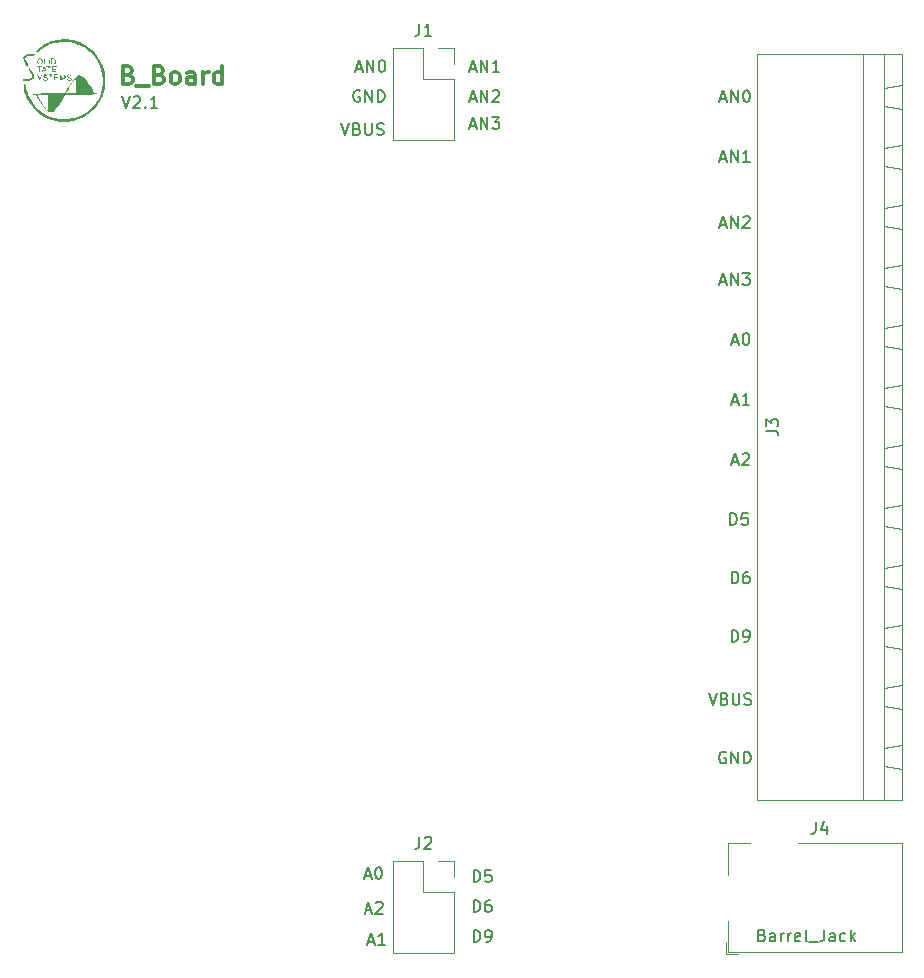
<source format=gbr>
%TF.GenerationSoftware,KiCad,Pcbnew,(7.0.0)*%
%TF.CreationDate,2023-04-06T13:36:02-07:00*%
%TF.ProjectId,Bottom_Board,426f7474-6f6d-45f4-926f-6172642e6b69,0*%
%TF.SameCoordinates,Original*%
%TF.FileFunction,Legend,Top*%
%TF.FilePolarity,Positive*%
%FSLAX46Y46*%
G04 Gerber Fmt 4.6, Leading zero omitted, Abs format (unit mm)*
G04 Created by KiCad (PCBNEW (7.0.0)) date 2023-04-06 13:36:02*
%MOMM*%
%LPD*%
G01*
G04 APERTURE LIST*
%ADD10C,0.150000*%
%ADD11C,0.300000*%
%ADD12C,0.120000*%
G04 APERTURE END LIST*
D10*
X160845476Y-86745666D02*
X161321666Y-86745666D01*
X160750238Y-87031380D02*
X161083571Y-86031380D01*
X161083571Y-86031380D02*
X161416904Y-87031380D01*
X161750238Y-87031380D02*
X161750238Y-86031380D01*
X161750238Y-86031380D02*
X162321666Y-87031380D01*
X162321666Y-87031380D02*
X162321666Y-86031380D01*
X162702619Y-86031380D02*
X163321666Y-86031380D01*
X163321666Y-86031380D02*
X162988333Y-86412333D01*
X162988333Y-86412333D02*
X163131190Y-86412333D01*
X163131190Y-86412333D02*
X163226428Y-86459952D01*
X163226428Y-86459952D02*
X163274047Y-86507571D01*
X163274047Y-86507571D02*
X163321666Y-86602809D01*
X163321666Y-86602809D02*
X163321666Y-86840904D01*
X163321666Y-86840904D02*
X163274047Y-86936142D01*
X163274047Y-86936142D02*
X163226428Y-86983761D01*
X163226428Y-86983761D02*
X163131190Y-87031380D01*
X163131190Y-87031380D02*
X162845476Y-87031380D01*
X162845476Y-87031380D02*
X162750238Y-86983761D01*
X162750238Y-86983761D02*
X162702619Y-86936142D01*
X160845476Y-81919666D02*
X161321666Y-81919666D01*
X160750238Y-82205380D02*
X161083571Y-81205380D01*
X161083571Y-81205380D02*
X161416904Y-82205380D01*
X161750238Y-82205380D02*
X161750238Y-81205380D01*
X161750238Y-81205380D02*
X162321666Y-82205380D01*
X162321666Y-82205380D02*
X162321666Y-81205380D01*
X162750238Y-81300619D02*
X162797857Y-81253000D01*
X162797857Y-81253000D02*
X162893095Y-81205380D01*
X162893095Y-81205380D02*
X163131190Y-81205380D01*
X163131190Y-81205380D02*
X163226428Y-81253000D01*
X163226428Y-81253000D02*
X163274047Y-81300619D01*
X163274047Y-81300619D02*
X163321666Y-81395857D01*
X163321666Y-81395857D02*
X163321666Y-81491095D01*
X163321666Y-81491095D02*
X163274047Y-81633952D01*
X163274047Y-81633952D02*
X162702619Y-82205380D01*
X162702619Y-82205380D02*
X163321666Y-82205380D01*
X110204238Y-71045380D02*
X110537571Y-72045380D01*
X110537571Y-72045380D02*
X110870904Y-71045380D01*
X111156619Y-71140619D02*
X111204238Y-71093000D01*
X111204238Y-71093000D02*
X111299476Y-71045380D01*
X111299476Y-71045380D02*
X111537571Y-71045380D01*
X111537571Y-71045380D02*
X111632809Y-71093000D01*
X111632809Y-71093000D02*
X111680428Y-71140619D01*
X111680428Y-71140619D02*
X111728047Y-71235857D01*
X111728047Y-71235857D02*
X111728047Y-71331095D01*
X111728047Y-71331095D02*
X111680428Y-71473952D01*
X111680428Y-71473952D02*
X111109000Y-72045380D01*
X111109000Y-72045380D02*
X111728047Y-72045380D01*
X112156619Y-71950142D02*
X112204238Y-71997761D01*
X112204238Y-71997761D02*
X112156619Y-72045380D01*
X112156619Y-72045380D02*
X112109000Y-71997761D01*
X112109000Y-71997761D02*
X112156619Y-71950142D01*
X112156619Y-71950142D02*
X112156619Y-72045380D01*
X113156618Y-72045380D02*
X112585190Y-72045380D01*
X112870904Y-72045380D02*
X112870904Y-71045380D01*
X112870904Y-71045380D02*
X112775666Y-71188238D01*
X112775666Y-71188238D02*
X112680428Y-71283476D01*
X112680428Y-71283476D02*
X112585190Y-71331095D01*
X161782095Y-112304380D02*
X161782095Y-111304380D01*
X161782095Y-111304380D02*
X162020190Y-111304380D01*
X162020190Y-111304380D02*
X162163047Y-111352000D01*
X162163047Y-111352000D02*
X162258285Y-111447238D01*
X162258285Y-111447238D02*
X162305904Y-111542476D01*
X162305904Y-111542476D02*
X162353523Y-111732952D01*
X162353523Y-111732952D02*
X162353523Y-111875809D01*
X162353523Y-111875809D02*
X162305904Y-112066285D01*
X162305904Y-112066285D02*
X162258285Y-112161523D01*
X162258285Y-112161523D02*
X162163047Y-112256761D01*
X162163047Y-112256761D02*
X162020190Y-112304380D01*
X162020190Y-112304380D02*
X161782095Y-112304380D01*
X163210666Y-111304380D02*
X163020190Y-111304380D01*
X163020190Y-111304380D02*
X162924952Y-111352000D01*
X162924952Y-111352000D02*
X162877333Y-111399619D01*
X162877333Y-111399619D02*
X162782095Y-111542476D01*
X162782095Y-111542476D02*
X162734476Y-111732952D01*
X162734476Y-111732952D02*
X162734476Y-112113904D01*
X162734476Y-112113904D02*
X162782095Y-112209142D01*
X162782095Y-112209142D02*
X162829714Y-112256761D01*
X162829714Y-112256761D02*
X162924952Y-112304380D01*
X162924952Y-112304380D02*
X163115428Y-112304380D01*
X163115428Y-112304380D02*
X163210666Y-112256761D01*
X163210666Y-112256761D02*
X163258285Y-112209142D01*
X163258285Y-112209142D02*
X163305904Y-112113904D01*
X163305904Y-112113904D02*
X163305904Y-111875809D01*
X163305904Y-111875809D02*
X163258285Y-111780571D01*
X163258285Y-111780571D02*
X163210666Y-111732952D01*
X163210666Y-111732952D02*
X163115428Y-111685333D01*
X163115428Y-111685333D02*
X162924952Y-111685333D01*
X162924952Y-111685333D02*
X162829714Y-111732952D01*
X162829714Y-111732952D02*
X162782095Y-111780571D01*
X162782095Y-111780571D02*
X162734476Y-111875809D01*
X161655095Y-107351380D02*
X161655095Y-106351380D01*
X161655095Y-106351380D02*
X161893190Y-106351380D01*
X161893190Y-106351380D02*
X162036047Y-106399000D01*
X162036047Y-106399000D02*
X162131285Y-106494238D01*
X162131285Y-106494238D02*
X162178904Y-106589476D01*
X162178904Y-106589476D02*
X162226523Y-106779952D01*
X162226523Y-106779952D02*
X162226523Y-106922809D01*
X162226523Y-106922809D02*
X162178904Y-107113285D01*
X162178904Y-107113285D02*
X162131285Y-107208523D01*
X162131285Y-107208523D02*
X162036047Y-107303761D01*
X162036047Y-107303761D02*
X161893190Y-107351380D01*
X161893190Y-107351380D02*
X161655095Y-107351380D01*
X163131285Y-106351380D02*
X162655095Y-106351380D01*
X162655095Y-106351380D02*
X162607476Y-106827571D01*
X162607476Y-106827571D02*
X162655095Y-106779952D01*
X162655095Y-106779952D02*
X162750333Y-106732333D01*
X162750333Y-106732333D02*
X162988428Y-106732333D01*
X162988428Y-106732333D02*
X163083666Y-106779952D01*
X163083666Y-106779952D02*
X163131285Y-106827571D01*
X163131285Y-106827571D02*
X163178904Y-106922809D01*
X163178904Y-106922809D02*
X163178904Y-107160904D01*
X163178904Y-107160904D02*
X163131285Y-107256142D01*
X163131285Y-107256142D02*
X163083666Y-107303761D01*
X163083666Y-107303761D02*
X162988428Y-107351380D01*
X162988428Y-107351380D02*
X162750333Y-107351380D01*
X162750333Y-107351380D02*
X162655095Y-107303761D01*
X162655095Y-107303761D02*
X162607476Y-107256142D01*
X130301904Y-70585000D02*
X130206666Y-70537380D01*
X130206666Y-70537380D02*
X130063809Y-70537380D01*
X130063809Y-70537380D02*
X129920952Y-70585000D01*
X129920952Y-70585000D02*
X129825714Y-70680238D01*
X129825714Y-70680238D02*
X129778095Y-70775476D01*
X129778095Y-70775476D02*
X129730476Y-70965952D01*
X129730476Y-70965952D02*
X129730476Y-71108809D01*
X129730476Y-71108809D02*
X129778095Y-71299285D01*
X129778095Y-71299285D02*
X129825714Y-71394523D01*
X129825714Y-71394523D02*
X129920952Y-71489761D01*
X129920952Y-71489761D02*
X130063809Y-71537380D01*
X130063809Y-71537380D02*
X130159047Y-71537380D01*
X130159047Y-71537380D02*
X130301904Y-71489761D01*
X130301904Y-71489761D02*
X130349523Y-71442142D01*
X130349523Y-71442142D02*
X130349523Y-71108809D01*
X130349523Y-71108809D02*
X130159047Y-71108809D01*
X130778095Y-71537380D02*
X130778095Y-70537380D01*
X130778095Y-70537380D02*
X131349523Y-71537380D01*
X131349523Y-71537380D02*
X131349523Y-70537380D01*
X131825714Y-71537380D02*
X131825714Y-70537380D01*
X131825714Y-70537380D02*
X132063809Y-70537380D01*
X132063809Y-70537380D02*
X132206666Y-70585000D01*
X132206666Y-70585000D02*
X132301904Y-70680238D01*
X132301904Y-70680238D02*
X132349523Y-70775476D01*
X132349523Y-70775476D02*
X132397142Y-70965952D01*
X132397142Y-70965952D02*
X132397142Y-71108809D01*
X132397142Y-71108809D02*
X132349523Y-71299285D01*
X132349523Y-71299285D02*
X132301904Y-71394523D01*
X132301904Y-71394523D02*
X132206666Y-71489761D01*
X132206666Y-71489761D02*
X132063809Y-71537380D01*
X132063809Y-71537380D02*
X131825714Y-71537380D01*
X161861476Y-101985666D02*
X162337666Y-101985666D01*
X161766238Y-102271380D02*
X162099571Y-101271380D01*
X162099571Y-101271380D02*
X162432904Y-102271380D01*
X162718619Y-101366619D02*
X162766238Y-101319000D01*
X162766238Y-101319000D02*
X162861476Y-101271380D01*
X162861476Y-101271380D02*
X163099571Y-101271380D01*
X163099571Y-101271380D02*
X163194809Y-101319000D01*
X163194809Y-101319000D02*
X163242428Y-101366619D01*
X163242428Y-101366619D02*
X163290047Y-101461857D01*
X163290047Y-101461857D02*
X163290047Y-101557095D01*
X163290047Y-101557095D02*
X163242428Y-101699952D01*
X163242428Y-101699952D02*
X162671000Y-102271380D01*
X162671000Y-102271380D02*
X163290047Y-102271380D01*
D11*
X110712142Y-69245857D02*
X110926428Y-69317285D01*
X110926428Y-69317285D02*
X110997857Y-69388714D01*
X110997857Y-69388714D02*
X111069285Y-69531571D01*
X111069285Y-69531571D02*
X111069285Y-69745857D01*
X111069285Y-69745857D02*
X110997857Y-69888714D01*
X110997857Y-69888714D02*
X110926428Y-69960142D01*
X110926428Y-69960142D02*
X110783571Y-70031571D01*
X110783571Y-70031571D02*
X110212142Y-70031571D01*
X110212142Y-70031571D02*
X110212142Y-68531571D01*
X110212142Y-68531571D02*
X110712142Y-68531571D01*
X110712142Y-68531571D02*
X110855000Y-68603000D01*
X110855000Y-68603000D02*
X110926428Y-68674428D01*
X110926428Y-68674428D02*
X110997857Y-68817285D01*
X110997857Y-68817285D02*
X110997857Y-68960142D01*
X110997857Y-68960142D02*
X110926428Y-69103000D01*
X110926428Y-69103000D02*
X110855000Y-69174428D01*
X110855000Y-69174428D02*
X110712142Y-69245857D01*
X110712142Y-69245857D02*
X110212142Y-69245857D01*
X111355000Y-70174428D02*
X112497857Y-70174428D01*
X113354999Y-69245857D02*
X113569285Y-69317285D01*
X113569285Y-69317285D02*
X113640714Y-69388714D01*
X113640714Y-69388714D02*
X113712142Y-69531571D01*
X113712142Y-69531571D02*
X113712142Y-69745857D01*
X113712142Y-69745857D02*
X113640714Y-69888714D01*
X113640714Y-69888714D02*
X113569285Y-69960142D01*
X113569285Y-69960142D02*
X113426428Y-70031571D01*
X113426428Y-70031571D02*
X112854999Y-70031571D01*
X112854999Y-70031571D02*
X112854999Y-68531571D01*
X112854999Y-68531571D02*
X113354999Y-68531571D01*
X113354999Y-68531571D02*
X113497857Y-68603000D01*
X113497857Y-68603000D02*
X113569285Y-68674428D01*
X113569285Y-68674428D02*
X113640714Y-68817285D01*
X113640714Y-68817285D02*
X113640714Y-68960142D01*
X113640714Y-68960142D02*
X113569285Y-69103000D01*
X113569285Y-69103000D02*
X113497857Y-69174428D01*
X113497857Y-69174428D02*
X113354999Y-69245857D01*
X113354999Y-69245857D02*
X112854999Y-69245857D01*
X114569285Y-70031571D02*
X114426428Y-69960142D01*
X114426428Y-69960142D02*
X114354999Y-69888714D01*
X114354999Y-69888714D02*
X114283571Y-69745857D01*
X114283571Y-69745857D02*
X114283571Y-69317285D01*
X114283571Y-69317285D02*
X114354999Y-69174428D01*
X114354999Y-69174428D02*
X114426428Y-69103000D01*
X114426428Y-69103000D02*
X114569285Y-69031571D01*
X114569285Y-69031571D02*
X114783571Y-69031571D01*
X114783571Y-69031571D02*
X114926428Y-69103000D01*
X114926428Y-69103000D02*
X114997857Y-69174428D01*
X114997857Y-69174428D02*
X115069285Y-69317285D01*
X115069285Y-69317285D02*
X115069285Y-69745857D01*
X115069285Y-69745857D02*
X114997857Y-69888714D01*
X114997857Y-69888714D02*
X114926428Y-69960142D01*
X114926428Y-69960142D02*
X114783571Y-70031571D01*
X114783571Y-70031571D02*
X114569285Y-70031571D01*
X116355000Y-70031571D02*
X116355000Y-69245857D01*
X116355000Y-69245857D02*
X116283571Y-69103000D01*
X116283571Y-69103000D02*
X116140714Y-69031571D01*
X116140714Y-69031571D02*
X115855000Y-69031571D01*
X115855000Y-69031571D02*
X115712142Y-69103000D01*
X116355000Y-69960142D02*
X116212142Y-70031571D01*
X116212142Y-70031571D02*
X115855000Y-70031571D01*
X115855000Y-70031571D02*
X115712142Y-69960142D01*
X115712142Y-69960142D02*
X115640714Y-69817285D01*
X115640714Y-69817285D02*
X115640714Y-69674428D01*
X115640714Y-69674428D02*
X115712142Y-69531571D01*
X115712142Y-69531571D02*
X115855000Y-69460142D01*
X115855000Y-69460142D02*
X116212142Y-69460142D01*
X116212142Y-69460142D02*
X116355000Y-69388714D01*
X117069285Y-70031571D02*
X117069285Y-69031571D01*
X117069285Y-69317285D02*
X117140714Y-69174428D01*
X117140714Y-69174428D02*
X117212143Y-69103000D01*
X117212143Y-69103000D02*
X117355000Y-69031571D01*
X117355000Y-69031571D02*
X117497857Y-69031571D01*
X118640714Y-70031571D02*
X118640714Y-68531571D01*
X118640714Y-69960142D02*
X118497856Y-70031571D01*
X118497856Y-70031571D02*
X118212142Y-70031571D01*
X118212142Y-70031571D02*
X118069285Y-69960142D01*
X118069285Y-69960142D02*
X117997856Y-69888714D01*
X117997856Y-69888714D02*
X117926428Y-69745857D01*
X117926428Y-69745857D02*
X117926428Y-69317285D01*
X117926428Y-69317285D02*
X117997856Y-69174428D01*
X117997856Y-69174428D02*
X118069285Y-69103000D01*
X118069285Y-69103000D02*
X118212142Y-69031571D01*
X118212142Y-69031571D02*
X118497856Y-69031571D01*
X118497856Y-69031571D02*
X118640714Y-69103000D01*
D10*
X159861238Y-121591380D02*
X160194571Y-122591380D01*
X160194571Y-122591380D02*
X160527904Y-121591380D01*
X161194571Y-122067571D02*
X161337428Y-122115190D01*
X161337428Y-122115190D02*
X161385047Y-122162809D01*
X161385047Y-122162809D02*
X161432666Y-122258047D01*
X161432666Y-122258047D02*
X161432666Y-122400904D01*
X161432666Y-122400904D02*
X161385047Y-122496142D01*
X161385047Y-122496142D02*
X161337428Y-122543761D01*
X161337428Y-122543761D02*
X161242190Y-122591380D01*
X161242190Y-122591380D02*
X160861238Y-122591380D01*
X160861238Y-122591380D02*
X160861238Y-121591380D01*
X160861238Y-121591380D02*
X161194571Y-121591380D01*
X161194571Y-121591380D02*
X161289809Y-121639000D01*
X161289809Y-121639000D02*
X161337428Y-121686619D01*
X161337428Y-121686619D02*
X161385047Y-121781857D01*
X161385047Y-121781857D02*
X161385047Y-121877095D01*
X161385047Y-121877095D02*
X161337428Y-121972333D01*
X161337428Y-121972333D02*
X161289809Y-122019952D01*
X161289809Y-122019952D02*
X161194571Y-122067571D01*
X161194571Y-122067571D02*
X160861238Y-122067571D01*
X161861238Y-121591380D02*
X161861238Y-122400904D01*
X161861238Y-122400904D02*
X161908857Y-122496142D01*
X161908857Y-122496142D02*
X161956476Y-122543761D01*
X161956476Y-122543761D02*
X162051714Y-122591380D01*
X162051714Y-122591380D02*
X162242190Y-122591380D01*
X162242190Y-122591380D02*
X162337428Y-122543761D01*
X162337428Y-122543761D02*
X162385047Y-122496142D01*
X162385047Y-122496142D02*
X162432666Y-122400904D01*
X162432666Y-122400904D02*
X162432666Y-121591380D01*
X162861238Y-122543761D02*
X163004095Y-122591380D01*
X163004095Y-122591380D02*
X163242190Y-122591380D01*
X163242190Y-122591380D02*
X163337428Y-122543761D01*
X163337428Y-122543761D02*
X163385047Y-122496142D01*
X163385047Y-122496142D02*
X163432666Y-122400904D01*
X163432666Y-122400904D02*
X163432666Y-122305666D01*
X163432666Y-122305666D02*
X163385047Y-122210428D01*
X163385047Y-122210428D02*
X163337428Y-122162809D01*
X163337428Y-122162809D02*
X163242190Y-122115190D01*
X163242190Y-122115190D02*
X163051714Y-122067571D01*
X163051714Y-122067571D02*
X162956476Y-122019952D01*
X162956476Y-122019952D02*
X162908857Y-121972333D01*
X162908857Y-121972333D02*
X162861238Y-121877095D01*
X162861238Y-121877095D02*
X162861238Y-121781857D01*
X162861238Y-121781857D02*
X162908857Y-121686619D01*
X162908857Y-121686619D02*
X162956476Y-121639000D01*
X162956476Y-121639000D02*
X163051714Y-121591380D01*
X163051714Y-121591380D02*
X163289809Y-121591380D01*
X163289809Y-121591380D02*
X163432666Y-121639000D01*
X139636476Y-68711666D02*
X140112666Y-68711666D01*
X139541238Y-68997380D02*
X139874571Y-67997380D01*
X139874571Y-67997380D02*
X140207904Y-68997380D01*
X140541238Y-68997380D02*
X140541238Y-67997380D01*
X140541238Y-67997380D02*
X141112666Y-68997380D01*
X141112666Y-68997380D02*
X141112666Y-67997380D01*
X142112666Y-68997380D02*
X141541238Y-68997380D01*
X141826952Y-68997380D02*
X141826952Y-67997380D01*
X141826952Y-67997380D02*
X141731714Y-68140238D01*
X141731714Y-68140238D02*
X141636476Y-68235476D01*
X141636476Y-68235476D02*
X141541238Y-68283095D01*
X161861476Y-91825666D02*
X162337666Y-91825666D01*
X161766238Y-92111380D02*
X162099571Y-91111380D01*
X162099571Y-91111380D02*
X162432904Y-92111380D01*
X162956714Y-91111380D02*
X163051952Y-91111380D01*
X163051952Y-91111380D02*
X163147190Y-91159000D01*
X163147190Y-91159000D02*
X163194809Y-91206619D01*
X163194809Y-91206619D02*
X163242428Y-91301857D01*
X163242428Y-91301857D02*
X163290047Y-91492333D01*
X163290047Y-91492333D02*
X163290047Y-91730428D01*
X163290047Y-91730428D02*
X163242428Y-91920904D01*
X163242428Y-91920904D02*
X163194809Y-92016142D01*
X163194809Y-92016142D02*
X163147190Y-92063761D01*
X163147190Y-92063761D02*
X163051952Y-92111380D01*
X163051952Y-92111380D02*
X162956714Y-92111380D01*
X162956714Y-92111380D02*
X162861476Y-92063761D01*
X162861476Y-92063761D02*
X162813857Y-92016142D01*
X162813857Y-92016142D02*
X162766238Y-91920904D01*
X162766238Y-91920904D02*
X162718619Y-91730428D01*
X162718619Y-91730428D02*
X162718619Y-91492333D01*
X162718619Y-91492333D02*
X162766238Y-91301857D01*
X162766238Y-91301857D02*
X162813857Y-91206619D01*
X162813857Y-91206619D02*
X162861476Y-91159000D01*
X162861476Y-91159000D02*
X162956714Y-91111380D01*
X139938095Y-137577380D02*
X139938095Y-136577380D01*
X139938095Y-136577380D02*
X140176190Y-136577380D01*
X140176190Y-136577380D02*
X140319047Y-136625000D01*
X140319047Y-136625000D02*
X140414285Y-136720238D01*
X140414285Y-136720238D02*
X140461904Y-136815476D01*
X140461904Y-136815476D02*
X140509523Y-137005952D01*
X140509523Y-137005952D02*
X140509523Y-137148809D01*
X140509523Y-137148809D02*
X140461904Y-137339285D01*
X140461904Y-137339285D02*
X140414285Y-137434523D01*
X140414285Y-137434523D02*
X140319047Y-137529761D01*
X140319047Y-137529761D02*
X140176190Y-137577380D01*
X140176190Y-137577380D02*
X139938095Y-137577380D01*
X141414285Y-136577380D02*
X140938095Y-136577380D01*
X140938095Y-136577380D02*
X140890476Y-137053571D01*
X140890476Y-137053571D02*
X140938095Y-137005952D01*
X140938095Y-137005952D02*
X141033333Y-136958333D01*
X141033333Y-136958333D02*
X141271428Y-136958333D01*
X141271428Y-136958333D02*
X141366666Y-137005952D01*
X141366666Y-137005952D02*
X141414285Y-137053571D01*
X141414285Y-137053571D02*
X141461904Y-137148809D01*
X141461904Y-137148809D02*
X141461904Y-137386904D01*
X141461904Y-137386904D02*
X141414285Y-137482142D01*
X141414285Y-137482142D02*
X141366666Y-137529761D01*
X141366666Y-137529761D02*
X141271428Y-137577380D01*
X141271428Y-137577380D02*
X141033333Y-137577380D01*
X141033333Y-137577380D02*
X140938095Y-137529761D01*
X140938095Y-137529761D02*
X140890476Y-137482142D01*
X130746476Y-137037666D02*
X131222666Y-137037666D01*
X130651238Y-137323380D02*
X130984571Y-136323380D01*
X130984571Y-136323380D02*
X131317904Y-137323380D01*
X131841714Y-136323380D02*
X131936952Y-136323380D01*
X131936952Y-136323380D02*
X132032190Y-136371000D01*
X132032190Y-136371000D02*
X132079809Y-136418619D01*
X132079809Y-136418619D02*
X132127428Y-136513857D01*
X132127428Y-136513857D02*
X132175047Y-136704333D01*
X132175047Y-136704333D02*
X132175047Y-136942428D01*
X132175047Y-136942428D02*
X132127428Y-137132904D01*
X132127428Y-137132904D02*
X132079809Y-137228142D01*
X132079809Y-137228142D02*
X132032190Y-137275761D01*
X132032190Y-137275761D02*
X131936952Y-137323380D01*
X131936952Y-137323380D02*
X131841714Y-137323380D01*
X131841714Y-137323380D02*
X131746476Y-137275761D01*
X131746476Y-137275761D02*
X131698857Y-137228142D01*
X131698857Y-137228142D02*
X131651238Y-137132904D01*
X131651238Y-137132904D02*
X131603619Y-136942428D01*
X131603619Y-136942428D02*
X131603619Y-136704333D01*
X131603619Y-136704333D02*
X131651238Y-136513857D01*
X131651238Y-136513857D02*
X131698857Y-136418619D01*
X131698857Y-136418619D02*
X131746476Y-136371000D01*
X131746476Y-136371000D02*
X131841714Y-136323380D01*
X160845476Y-76331666D02*
X161321666Y-76331666D01*
X160750238Y-76617380D02*
X161083571Y-75617380D01*
X161083571Y-75617380D02*
X161416904Y-76617380D01*
X161750238Y-76617380D02*
X161750238Y-75617380D01*
X161750238Y-75617380D02*
X162321666Y-76617380D01*
X162321666Y-76617380D02*
X162321666Y-75617380D01*
X163321666Y-76617380D02*
X162750238Y-76617380D01*
X163035952Y-76617380D02*
X163035952Y-75617380D01*
X163035952Y-75617380D02*
X162940714Y-75760238D01*
X162940714Y-75760238D02*
X162845476Y-75855476D01*
X162845476Y-75855476D02*
X162750238Y-75903095D01*
X128746238Y-73331380D02*
X129079571Y-74331380D01*
X129079571Y-74331380D02*
X129412904Y-73331380D01*
X130079571Y-73807571D02*
X130222428Y-73855190D01*
X130222428Y-73855190D02*
X130270047Y-73902809D01*
X130270047Y-73902809D02*
X130317666Y-73998047D01*
X130317666Y-73998047D02*
X130317666Y-74140904D01*
X130317666Y-74140904D02*
X130270047Y-74236142D01*
X130270047Y-74236142D02*
X130222428Y-74283761D01*
X130222428Y-74283761D02*
X130127190Y-74331380D01*
X130127190Y-74331380D02*
X129746238Y-74331380D01*
X129746238Y-74331380D02*
X129746238Y-73331380D01*
X129746238Y-73331380D02*
X130079571Y-73331380D01*
X130079571Y-73331380D02*
X130174809Y-73379000D01*
X130174809Y-73379000D02*
X130222428Y-73426619D01*
X130222428Y-73426619D02*
X130270047Y-73521857D01*
X130270047Y-73521857D02*
X130270047Y-73617095D01*
X130270047Y-73617095D02*
X130222428Y-73712333D01*
X130222428Y-73712333D02*
X130174809Y-73759952D01*
X130174809Y-73759952D02*
X130079571Y-73807571D01*
X130079571Y-73807571D02*
X129746238Y-73807571D01*
X130746238Y-73331380D02*
X130746238Y-74140904D01*
X130746238Y-74140904D02*
X130793857Y-74236142D01*
X130793857Y-74236142D02*
X130841476Y-74283761D01*
X130841476Y-74283761D02*
X130936714Y-74331380D01*
X130936714Y-74331380D02*
X131127190Y-74331380D01*
X131127190Y-74331380D02*
X131222428Y-74283761D01*
X131222428Y-74283761D02*
X131270047Y-74236142D01*
X131270047Y-74236142D02*
X131317666Y-74140904D01*
X131317666Y-74140904D02*
X131317666Y-73331380D01*
X131746238Y-74283761D02*
X131889095Y-74331380D01*
X131889095Y-74331380D02*
X132127190Y-74331380D01*
X132127190Y-74331380D02*
X132222428Y-74283761D01*
X132222428Y-74283761D02*
X132270047Y-74236142D01*
X132270047Y-74236142D02*
X132317666Y-74140904D01*
X132317666Y-74140904D02*
X132317666Y-74045666D01*
X132317666Y-74045666D02*
X132270047Y-73950428D01*
X132270047Y-73950428D02*
X132222428Y-73902809D01*
X132222428Y-73902809D02*
X132127190Y-73855190D01*
X132127190Y-73855190D02*
X131936714Y-73807571D01*
X131936714Y-73807571D02*
X131841476Y-73759952D01*
X131841476Y-73759952D02*
X131793857Y-73712333D01*
X131793857Y-73712333D02*
X131746238Y-73617095D01*
X131746238Y-73617095D02*
X131746238Y-73521857D01*
X131746238Y-73521857D02*
X131793857Y-73426619D01*
X131793857Y-73426619D02*
X131841476Y-73379000D01*
X131841476Y-73379000D02*
X131936714Y-73331380D01*
X131936714Y-73331380D02*
X132174809Y-73331380D01*
X132174809Y-73331380D02*
X132317666Y-73379000D01*
X160845476Y-71251666D02*
X161321666Y-71251666D01*
X160750238Y-71537380D02*
X161083571Y-70537380D01*
X161083571Y-70537380D02*
X161416904Y-71537380D01*
X161750238Y-71537380D02*
X161750238Y-70537380D01*
X161750238Y-70537380D02*
X162321666Y-71537380D01*
X162321666Y-71537380D02*
X162321666Y-70537380D01*
X162988333Y-70537380D02*
X163083571Y-70537380D01*
X163083571Y-70537380D02*
X163178809Y-70585000D01*
X163178809Y-70585000D02*
X163226428Y-70632619D01*
X163226428Y-70632619D02*
X163274047Y-70727857D01*
X163274047Y-70727857D02*
X163321666Y-70918333D01*
X163321666Y-70918333D02*
X163321666Y-71156428D01*
X163321666Y-71156428D02*
X163274047Y-71346904D01*
X163274047Y-71346904D02*
X163226428Y-71442142D01*
X163226428Y-71442142D02*
X163178809Y-71489761D01*
X163178809Y-71489761D02*
X163083571Y-71537380D01*
X163083571Y-71537380D02*
X162988333Y-71537380D01*
X162988333Y-71537380D02*
X162893095Y-71489761D01*
X162893095Y-71489761D02*
X162845476Y-71442142D01*
X162845476Y-71442142D02*
X162797857Y-71346904D01*
X162797857Y-71346904D02*
X162750238Y-71156428D01*
X162750238Y-71156428D02*
X162750238Y-70918333D01*
X162750238Y-70918333D02*
X162797857Y-70727857D01*
X162797857Y-70727857D02*
X162845476Y-70632619D01*
X162845476Y-70632619D02*
X162893095Y-70585000D01*
X162893095Y-70585000D02*
X162988333Y-70537380D01*
X161289904Y-126592000D02*
X161194666Y-126544380D01*
X161194666Y-126544380D02*
X161051809Y-126544380D01*
X161051809Y-126544380D02*
X160908952Y-126592000D01*
X160908952Y-126592000D02*
X160813714Y-126687238D01*
X160813714Y-126687238D02*
X160766095Y-126782476D01*
X160766095Y-126782476D02*
X160718476Y-126972952D01*
X160718476Y-126972952D02*
X160718476Y-127115809D01*
X160718476Y-127115809D02*
X160766095Y-127306285D01*
X160766095Y-127306285D02*
X160813714Y-127401523D01*
X160813714Y-127401523D02*
X160908952Y-127496761D01*
X160908952Y-127496761D02*
X161051809Y-127544380D01*
X161051809Y-127544380D02*
X161147047Y-127544380D01*
X161147047Y-127544380D02*
X161289904Y-127496761D01*
X161289904Y-127496761D02*
X161337523Y-127449142D01*
X161337523Y-127449142D02*
X161337523Y-127115809D01*
X161337523Y-127115809D02*
X161147047Y-127115809D01*
X161766095Y-127544380D02*
X161766095Y-126544380D01*
X161766095Y-126544380D02*
X162337523Y-127544380D01*
X162337523Y-127544380D02*
X162337523Y-126544380D01*
X162813714Y-127544380D02*
X162813714Y-126544380D01*
X162813714Y-126544380D02*
X163051809Y-126544380D01*
X163051809Y-126544380D02*
X163194666Y-126592000D01*
X163194666Y-126592000D02*
X163289904Y-126687238D01*
X163289904Y-126687238D02*
X163337523Y-126782476D01*
X163337523Y-126782476D02*
X163385142Y-126972952D01*
X163385142Y-126972952D02*
X163385142Y-127115809D01*
X163385142Y-127115809D02*
X163337523Y-127306285D01*
X163337523Y-127306285D02*
X163289904Y-127401523D01*
X163289904Y-127401523D02*
X163194666Y-127496761D01*
X163194666Y-127496761D02*
X163051809Y-127544380D01*
X163051809Y-127544380D02*
X162813714Y-127544380D01*
X161782095Y-117257380D02*
X161782095Y-116257380D01*
X161782095Y-116257380D02*
X162020190Y-116257380D01*
X162020190Y-116257380D02*
X162163047Y-116305000D01*
X162163047Y-116305000D02*
X162258285Y-116400238D01*
X162258285Y-116400238D02*
X162305904Y-116495476D01*
X162305904Y-116495476D02*
X162353523Y-116685952D01*
X162353523Y-116685952D02*
X162353523Y-116828809D01*
X162353523Y-116828809D02*
X162305904Y-117019285D01*
X162305904Y-117019285D02*
X162258285Y-117114523D01*
X162258285Y-117114523D02*
X162163047Y-117209761D01*
X162163047Y-117209761D02*
X162020190Y-117257380D01*
X162020190Y-117257380D02*
X161782095Y-117257380D01*
X162829714Y-117257380D02*
X163020190Y-117257380D01*
X163020190Y-117257380D02*
X163115428Y-117209761D01*
X163115428Y-117209761D02*
X163163047Y-117162142D01*
X163163047Y-117162142D02*
X163258285Y-117019285D01*
X163258285Y-117019285D02*
X163305904Y-116828809D01*
X163305904Y-116828809D02*
X163305904Y-116447857D01*
X163305904Y-116447857D02*
X163258285Y-116352619D01*
X163258285Y-116352619D02*
X163210666Y-116305000D01*
X163210666Y-116305000D02*
X163115428Y-116257380D01*
X163115428Y-116257380D02*
X162924952Y-116257380D01*
X162924952Y-116257380D02*
X162829714Y-116305000D01*
X162829714Y-116305000D02*
X162782095Y-116352619D01*
X162782095Y-116352619D02*
X162734476Y-116447857D01*
X162734476Y-116447857D02*
X162734476Y-116685952D01*
X162734476Y-116685952D02*
X162782095Y-116781190D01*
X162782095Y-116781190D02*
X162829714Y-116828809D01*
X162829714Y-116828809D02*
X162924952Y-116876428D01*
X162924952Y-116876428D02*
X163115428Y-116876428D01*
X163115428Y-116876428D02*
X163210666Y-116828809D01*
X163210666Y-116828809D02*
X163258285Y-116781190D01*
X163258285Y-116781190D02*
X163305904Y-116685952D01*
X129984476Y-68711666D02*
X130460666Y-68711666D01*
X129889238Y-68997380D02*
X130222571Y-67997380D01*
X130222571Y-67997380D02*
X130555904Y-68997380D01*
X130889238Y-68997380D02*
X130889238Y-67997380D01*
X130889238Y-67997380D02*
X131460666Y-68997380D01*
X131460666Y-68997380D02*
X131460666Y-67997380D01*
X132127333Y-67997380D02*
X132222571Y-67997380D01*
X132222571Y-67997380D02*
X132317809Y-68045000D01*
X132317809Y-68045000D02*
X132365428Y-68092619D01*
X132365428Y-68092619D02*
X132413047Y-68187857D01*
X132413047Y-68187857D02*
X132460666Y-68378333D01*
X132460666Y-68378333D02*
X132460666Y-68616428D01*
X132460666Y-68616428D02*
X132413047Y-68806904D01*
X132413047Y-68806904D02*
X132365428Y-68902142D01*
X132365428Y-68902142D02*
X132317809Y-68949761D01*
X132317809Y-68949761D02*
X132222571Y-68997380D01*
X132222571Y-68997380D02*
X132127333Y-68997380D01*
X132127333Y-68997380D02*
X132032095Y-68949761D01*
X132032095Y-68949761D02*
X131984476Y-68902142D01*
X131984476Y-68902142D02*
X131936857Y-68806904D01*
X131936857Y-68806904D02*
X131889238Y-68616428D01*
X131889238Y-68616428D02*
X131889238Y-68378333D01*
X131889238Y-68378333D02*
X131936857Y-68187857D01*
X131936857Y-68187857D02*
X131984476Y-68092619D01*
X131984476Y-68092619D02*
X132032095Y-68045000D01*
X132032095Y-68045000D02*
X132127333Y-67997380D01*
X139938095Y-142657380D02*
X139938095Y-141657380D01*
X139938095Y-141657380D02*
X140176190Y-141657380D01*
X140176190Y-141657380D02*
X140319047Y-141705000D01*
X140319047Y-141705000D02*
X140414285Y-141800238D01*
X140414285Y-141800238D02*
X140461904Y-141895476D01*
X140461904Y-141895476D02*
X140509523Y-142085952D01*
X140509523Y-142085952D02*
X140509523Y-142228809D01*
X140509523Y-142228809D02*
X140461904Y-142419285D01*
X140461904Y-142419285D02*
X140414285Y-142514523D01*
X140414285Y-142514523D02*
X140319047Y-142609761D01*
X140319047Y-142609761D02*
X140176190Y-142657380D01*
X140176190Y-142657380D02*
X139938095Y-142657380D01*
X140985714Y-142657380D02*
X141176190Y-142657380D01*
X141176190Y-142657380D02*
X141271428Y-142609761D01*
X141271428Y-142609761D02*
X141319047Y-142562142D01*
X141319047Y-142562142D02*
X141414285Y-142419285D01*
X141414285Y-142419285D02*
X141461904Y-142228809D01*
X141461904Y-142228809D02*
X141461904Y-141847857D01*
X141461904Y-141847857D02*
X141414285Y-141752619D01*
X141414285Y-141752619D02*
X141366666Y-141705000D01*
X141366666Y-141705000D02*
X141271428Y-141657380D01*
X141271428Y-141657380D02*
X141080952Y-141657380D01*
X141080952Y-141657380D02*
X140985714Y-141705000D01*
X140985714Y-141705000D02*
X140938095Y-141752619D01*
X140938095Y-141752619D02*
X140890476Y-141847857D01*
X140890476Y-141847857D02*
X140890476Y-142085952D01*
X140890476Y-142085952D02*
X140938095Y-142181190D01*
X140938095Y-142181190D02*
X140985714Y-142228809D01*
X140985714Y-142228809D02*
X141080952Y-142276428D01*
X141080952Y-142276428D02*
X141271428Y-142276428D01*
X141271428Y-142276428D02*
X141366666Y-142228809D01*
X141366666Y-142228809D02*
X141414285Y-142181190D01*
X141414285Y-142181190D02*
X141461904Y-142085952D01*
X139636476Y-71251666D02*
X140112666Y-71251666D01*
X139541238Y-71537380D02*
X139874571Y-70537380D01*
X139874571Y-70537380D02*
X140207904Y-71537380D01*
X140541238Y-71537380D02*
X140541238Y-70537380D01*
X140541238Y-70537380D02*
X141112666Y-71537380D01*
X141112666Y-71537380D02*
X141112666Y-70537380D01*
X141541238Y-70632619D02*
X141588857Y-70585000D01*
X141588857Y-70585000D02*
X141684095Y-70537380D01*
X141684095Y-70537380D02*
X141922190Y-70537380D01*
X141922190Y-70537380D02*
X142017428Y-70585000D01*
X142017428Y-70585000D02*
X142065047Y-70632619D01*
X142065047Y-70632619D02*
X142112666Y-70727857D01*
X142112666Y-70727857D02*
X142112666Y-70823095D01*
X142112666Y-70823095D02*
X142065047Y-70965952D01*
X142065047Y-70965952D02*
X141493619Y-71537380D01*
X141493619Y-71537380D02*
X142112666Y-71537380D01*
X139938095Y-140117380D02*
X139938095Y-139117380D01*
X139938095Y-139117380D02*
X140176190Y-139117380D01*
X140176190Y-139117380D02*
X140319047Y-139165000D01*
X140319047Y-139165000D02*
X140414285Y-139260238D01*
X140414285Y-139260238D02*
X140461904Y-139355476D01*
X140461904Y-139355476D02*
X140509523Y-139545952D01*
X140509523Y-139545952D02*
X140509523Y-139688809D01*
X140509523Y-139688809D02*
X140461904Y-139879285D01*
X140461904Y-139879285D02*
X140414285Y-139974523D01*
X140414285Y-139974523D02*
X140319047Y-140069761D01*
X140319047Y-140069761D02*
X140176190Y-140117380D01*
X140176190Y-140117380D02*
X139938095Y-140117380D01*
X141366666Y-139117380D02*
X141176190Y-139117380D01*
X141176190Y-139117380D02*
X141080952Y-139165000D01*
X141080952Y-139165000D02*
X141033333Y-139212619D01*
X141033333Y-139212619D02*
X140938095Y-139355476D01*
X140938095Y-139355476D02*
X140890476Y-139545952D01*
X140890476Y-139545952D02*
X140890476Y-139926904D01*
X140890476Y-139926904D02*
X140938095Y-140022142D01*
X140938095Y-140022142D02*
X140985714Y-140069761D01*
X140985714Y-140069761D02*
X141080952Y-140117380D01*
X141080952Y-140117380D02*
X141271428Y-140117380D01*
X141271428Y-140117380D02*
X141366666Y-140069761D01*
X141366666Y-140069761D02*
X141414285Y-140022142D01*
X141414285Y-140022142D02*
X141461904Y-139926904D01*
X141461904Y-139926904D02*
X141461904Y-139688809D01*
X141461904Y-139688809D02*
X141414285Y-139593571D01*
X141414285Y-139593571D02*
X141366666Y-139545952D01*
X141366666Y-139545952D02*
X141271428Y-139498333D01*
X141271428Y-139498333D02*
X141080952Y-139498333D01*
X141080952Y-139498333D02*
X140985714Y-139545952D01*
X140985714Y-139545952D02*
X140938095Y-139593571D01*
X140938095Y-139593571D02*
X140890476Y-139688809D01*
X131000476Y-142625666D02*
X131476666Y-142625666D01*
X130905238Y-142911380D02*
X131238571Y-141911380D01*
X131238571Y-141911380D02*
X131571904Y-142911380D01*
X132429047Y-142911380D02*
X131857619Y-142911380D01*
X132143333Y-142911380D02*
X132143333Y-141911380D01*
X132143333Y-141911380D02*
X132048095Y-142054238D01*
X132048095Y-142054238D02*
X131952857Y-142149476D01*
X131952857Y-142149476D02*
X131857619Y-142197095D01*
X161861476Y-96905666D02*
X162337666Y-96905666D01*
X161766238Y-97191380D02*
X162099571Y-96191380D01*
X162099571Y-96191380D02*
X162432904Y-97191380D01*
X163290047Y-97191380D02*
X162718619Y-97191380D01*
X163004333Y-97191380D02*
X163004333Y-96191380D01*
X163004333Y-96191380D02*
X162909095Y-96334238D01*
X162909095Y-96334238D02*
X162813857Y-96429476D01*
X162813857Y-96429476D02*
X162718619Y-96477095D01*
X130801514Y-139981392D02*
X131277704Y-139981392D01*
X130706276Y-140267106D02*
X131039609Y-139267106D01*
X131039609Y-139267106D02*
X131372942Y-140267106D01*
X131658657Y-139362345D02*
X131706276Y-139314726D01*
X131706276Y-139314726D02*
X131801514Y-139267106D01*
X131801514Y-139267106D02*
X132039609Y-139267106D01*
X132039609Y-139267106D02*
X132134847Y-139314726D01*
X132134847Y-139314726D02*
X132182466Y-139362345D01*
X132182466Y-139362345D02*
X132230085Y-139457583D01*
X132230085Y-139457583D02*
X132230085Y-139552821D01*
X132230085Y-139552821D02*
X132182466Y-139695678D01*
X132182466Y-139695678D02*
X131611038Y-140267106D01*
X131611038Y-140267106D02*
X132230085Y-140267106D01*
X139636476Y-73537666D02*
X140112666Y-73537666D01*
X139541238Y-73823380D02*
X139874571Y-72823380D01*
X139874571Y-72823380D02*
X140207904Y-73823380D01*
X140541238Y-73823380D02*
X140541238Y-72823380D01*
X140541238Y-72823380D02*
X141112666Y-73823380D01*
X141112666Y-73823380D02*
X141112666Y-72823380D01*
X141493619Y-72823380D02*
X142112666Y-72823380D01*
X142112666Y-72823380D02*
X141779333Y-73204333D01*
X141779333Y-73204333D02*
X141922190Y-73204333D01*
X141922190Y-73204333D02*
X142017428Y-73251952D01*
X142017428Y-73251952D02*
X142065047Y-73299571D01*
X142065047Y-73299571D02*
X142112666Y-73394809D01*
X142112666Y-73394809D02*
X142112666Y-73632904D01*
X142112666Y-73632904D02*
X142065047Y-73728142D01*
X142065047Y-73728142D02*
X142017428Y-73775761D01*
X142017428Y-73775761D02*
X141922190Y-73823380D01*
X141922190Y-73823380D02*
X141636476Y-73823380D01*
X141636476Y-73823380D02*
X141541238Y-73775761D01*
X141541238Y-73775761D02*
X141493619Y-73728142D01*
%TO.C,J1*%
X135357666Y-64923380D02*
X135357666Y-65637666D01*
X135357666Y-65637666D02*
X135310047Y-65780523D01*
X135310047Y-65780523D02*
X135214809Y-65875761D01*
X135214809Y-65875761D02*
X135071952Y-65923380D01*
X135071952Y-65923380D02*
X134976714Y-65923380D01*
X136357666Y-65923380D02*
X135786238Y-65923380D01*
X136071952Y-65923380D02*
X136071952Y-64923380D01*
X136071952Y-64923380D02*
X135976714Y-65066238D01*
X135976714Y-65066238D02*
X135881476Y-65161476D01*
X135881476Y-65161476D02*
X135786238Y-65209095D01*
%TO.C,J2*%
X135357666Y-133757380D02*
X135357666Y-134471666D01*
X135357666Y-134471666D02*
X135310047Y-134614523D01*
X135310047Y-134614523D02*
X135214809Y-134709761D01*
X135214809Y-134709761D02*
X135071952Y-134757380D01*
X135071952Y-134757380D02*
X134976714Y-134757380D01*
X135786238Y-133852619D02*
X135833857Y-133805000D01*
X135833857Y-133805000D02*
X135929095Y-133757380D01*
X135929095Y-133757380D02*
X136167190Y-133757380D01*
X136167190Y-133757380D02*
X136262428Y-133805000D01*
X136262428Y-133805000D02*
X136310047Y-133852619D01*
X136310047Y-133852619D02*
X136357666Y-133947857D01*
X136357666Y-133947857D02*
X136357666Y-134043095D01*
X136357666Y-134043095D02*
X136310047Y-134185952D01*
X136310047Y-134185952D02*
X135738619Y-134757380D01*
X135738619Y-134757380D02*
X136357666Y-134757380D01*
%TO.C,J3*%
X164721380Y-99393333D02*
X165435666Y-99393333D01*
X165435666Y-99393333D02*
X165578523Y-99440952D01*
X165578523Y-99440952D02*
X165673761Y-99536190D01*
X165673761Y-99536190D02*
X165721380Y-99679047D01*
X165721380Y-99679047D02*
X165721380Y-99774285D01*
X164721380Y-99012380D02*
X164721380Y-98393333D01*
X164721380Y-98393333D02*
X165102333Y-98726666D01*
X165102333Y-98726666D02*
X165102333Y-98583809D01*
X165102333Y-98583809D02*
X165149952Y-98488571D01*
X165149952Y-98488571D02*
X165197571Y-98440952D01*
X165197571Y-98440952D02*
X165292809Y-98393333D01*
X165292809Y-98393333D02*
X165530904Y-98393333D01*
X165530904Y-98393333D02*
X165626142Y-98440952D01*
X165626142Y-98440952D02*
X165673761Y-98488571D01*
X165673761Y-98488571D02*
X165721380Y-98583809D01*
X165721380Y-98583809D02*
X165721380Y-98869523D01*
X165721380Y-98869523D02*
X165673761Y-98964761D01*
X165673761Y-98964761D02*
X165626142Y-99012380D01*
%TO.C,J4*%
X168923666Y-132496880D02*
X168923666Y-133211166D01*
X168923666Y-133211166D02*
X168876047Y-133354023D01*
X168876047Y-133354023D02*
X168780809Y-133449261D01*
X168780809Y-133449261D02*
X168637952Y-133496880D01*
X168637952Y-133496880D02*
X168542714Y-133496880D01*
X169828428Y-132830214D02*
X169828428Y-133496880D01*
X169590333Y-132449261D02*
X169352238Y-133163547D01*
X169352238Y-133163547D02*
X169971285Y-133163547D01*
X164375903Y-142083571D02*
X164518760Y-142131190D01*
X164518760Y-142131190D02*
X164566379Y-142178809D01*
X164566379Y-142178809D02*
X164613998Y-142274047D01*
X164613998Y-142274047D02*
X164613998Y-142416904D01*
X164613998Y-142416904D02*
X164566379Y-142512142D01*
X164566379Y-142512142D02*
X164518760Y-142559761D01*
X164518760Y-142559761D02*
X164423522Y-142607380D01*
X164423522Y-142607380D02*
X164042570Y-142607380D01*
X164042570Y-142607380D02*
X164042570Y-141607380D01*
X164042570Y-141607380D02*
X164375903Y-141607380D01*
X164375903Y-141607380D02*
X164471141Y-141655000D01*
X164471141Y-141655000D02*
X164518760Y-141702619D01*
X164518760Y-141702619D02*
X164566379Y-141797857D01*
X164566379Y-141797857D02*
X164566379Y-141893095D01*
X164566379Y-141893095D02*
X164518760Y-141988333D01*
X164518760Y-141988333D02*
X164471141Y-142035952D01*
X164471141Y-142035952D02*
X164375903Y-142083571D01*
X164375903Y-142083571D02*
X164042570Y-142083571D01*
X165471141Y-142607380D02*
X165471141Y-142083571D01*
X165471141Y-142083571D02*
X165423522Y-141988333D01*
X165423522Y-141988333D02*
X165328284Y-141940714D01*
X165328284Y-141940714D02*
X165137808Y-141940714D01*
X165137808Y-141940714D02*
X165042570Y-141988333D01*
X165471141Y-142559761D02*
X165375903Y-142607380D01*
X165375903Y-142607380D02*
X165137808Y-142607380D01*
X165137808Y-142607380D02*
X165042570Y-142559761D01*
X165042570Y-142559761D02*
X164994951Y-142464523D01*
X164994951Y-142464523D02*
X164994951Y-142369285D01*
X164994951Y-142369285D02*
X165042570Y-142274047D01*
X165042570Y-142274047D02*
X165137808Y-142226428D01*
X165137808Y-142226428D02*
X165375903Y-142226428D01*
X165375903Y-142226428D02*
X165471141Y-142178809D01*
X165947332Y-142607380D02*
X165947332Y-141940714D01*
X165947332Y-142131190D02*
X165994951Y-142035952D01*
X165994951Y-142035952D02*
X166042570Y-141988333D01*
X166042570Y-141988333D02*
X166137808Y-141940714D01*
X166137808Y-141940714D02*
X166233046Y-141940714D01*
X166566380Y-142607380D02*
X166566380Y-141940714D01*
X166566380Y-142131190D02*
X166613999Y-142035952D01*
X166613999Y-142035952D02*
X166661618Y-141988333D01*
X166661618Y-141988333D02*
X166756856Y-141940714D01*
X166756856Y-141940714D02*
X166852094Y-141940714D01*
X167566380Y-142559761D02*
X167471142Y-142607380D01*
X167471142Y-142607380D02*
X167280666Y-142607380D01*
X167280666Y-142607380D02*
X167185428Y-142559761D01*
X167185428Y-142559761D02*
X167137809Y-142464523D01*
X167137809Y-142464523D02*
X167137809Y-142083571D01*
X167137809Y-142083571D02*
X167185428Y-141988333D01*
X167185428Y-141988333D02*
X167280666Y-141940714D01*
X167280666Y-141940714D02*
X167471142Y-141940714D01*
X167471142Y-141940714D02*
X167566380Y-141988333D01*
X167566380Y-141988333D02*
X167613999Y-142083571D01*
X167613999Y-142083571D02*
X167613999Y-142178809D01*
X167613999Y-142178809D02*
X167137809Y-142274047D01*
X168185428Y-142607380D02*
X168090190Y-142559761D01*
X168090190Y-142559761D02*
X168042571Y-142464523D01*
X168042571Y-142464523D02*
X168042571Y-141607380D01*
X168328286Y-142702619D02*
X169090190Y-142702619D01*
X169614000Y-141607380D02*
X169614000Y-142321666D01*
X169614000Y-142321666D02*
X169566381Y-142464523D01*
X169566381Y-142464523D02*
X169471143Y-142559761D01*
X169471143Y-142559761D02*
X169328286Y-142607380D01*
X169328286Y-142607380D02*
X169233048Y-142607380D01*
X170518762Y-142607380D02*
X170518762Y-142083571D01*
X170518762Y-142083571D02*
X170471143Y-141988333D01*
X170471143Y-141988333D02*
X170375905Y-141940714D01*
X170375905Y-141940714D02*
X170185429Y-141940714D01*
X170185429Y-141940714D02*
X170090191Y-141988333D01*
X170518762Y-142559761D02*
X170423524Y-142607380D01*
X170423524Y-142607380D02*
X170185429Y-142607380D01*
X170185429Y-142607380D02*
X170090191Y-142559761D01*
X170090191Y-142559761D02*
X170042572Y-142464523D01*
X170042572Y-142464523D02*
X170042572Y-142369285D01*
X170042572Y-142369285D02*
X170090191Y-142274047D01*
X170090191Y-142274047D02*
X170185429Y-142226428D01*
X170185429Y-142226428D02*
X170423524Y-142226428D01*
X170423524Y-142226428D02*
X170518762Y-142178809D01*
X171423524Y-142559761D02*
X171328286Y-142607380D01*
X171328286Y-142607380D02*
X171137810Y-142607380D01*
X171137810Y-142607380D02*
X171042572Y-142559761D01*
X171042572Y-142559761D02*
X170994953Y-142512142D01*
X170994953Y-142512142D02*
X170947334Y-142416904D01*
X170947334Y-142416904D02*
X170947334Y-142131190D01*
X170947334Y-142131190D02*
X170994953Y-142035952D01*
X170994953Y-142035952D02*
X171042572Y-141988333D01*
X171042572Y-141988333D02*
X171137810Y-141940714D01*
X171137810Y-141940714D02*
X171328286Y-141940714D01*
X171328286Y-141940714D02*
X171423524Y-141988333D01*
X171852096Y-142607380D02*
X171852096Y-141607380D01*
X171947334Y-142226428D02*
X172233048Y-142607380D01*
X172233048Y-141940714D02*
X171852096Y-142321666D01*
%TO.C,G\u002A\u002A\u002A*%
G36*
X104024590Y-67883064D02*
G01*
X104039692Y-67958015D01*
X104048642Y-68060824D01*
X104050533Y-68170453D01*
X104044461Y-68265865D01*
X104029519Y-68326022D01*
X104024714Y-68332679D01*
X103986542Y-68343238D01*
X103968463Y-68314797D01*
X103956748Y-68245571D01*
X103955168Y-68143604D01*
X103961947Y-68031632D01*
X103975308Y-67932390D01*
X103993473Y-67868614D01*
X104004241Y-67857011D01*
X104024590Y-67883064D01*
G37*
G36*
X103619652Y-67863313D02*
G01*
X103632187Y-67948547D01*
X103636379Y-68058862D01*
X103636379Y-68286586D01*
X103759000Y-68286586D01*
X103840048Y-68295385D01*
X103880561Y-68317023D01*
X103881620Y-68321620D01*
X103850307Y-68342514D01*
X103771081Y-68355047D01*
X103723965Y-68356655D01*
X103566310Y-68356655D01*
X103566310Y-68093896D01*
X103570657Y-67961499D01*
X103582425Y-67869217D01*
X103599702Y-67831383D01*
X103601345Y-67831138D01*
X103619652Y-67863313D01*
G37*
G36*
X103275921Y-68503627D02*
G01*
X103349493Y-68517561D01*
X103373620Y-68531827D01*
X103361217Y-68557806D01*
X103305619Y-68566862D01*
X103257437Y-68570610D01*
X103230602Y-68592417D01*
X103218877Y-68648124D01*
X103216024Y-68753575D01*
X103215965Y-68794586D01*
X103209454Y-68933537D01*
X103193371Y-69005771D01*
X103172895Y-69010700D01*
X103153202Y-68947738D01*
X103139470Y-68816295D01*
X103138809Y-68803345D01*
X103130484Y-68682391D01*
X103115760Y-68614719D01*
X103088129Y-68583542D01*
X103049552Y-68573184D01*
X102987947Y-68552116D01*
X102970724Y-68529391D01*
X103001571Y-68510439D01*
X103078416Y-68499923D01*
X103177714Y-68497700D01*
X103275921Y-68503627D01*
G37*
G36*
X103418258Y-69235275D02*
G01*
X103380308Y-69302285D01*
X103338586Y-69365129D01*
X103280929Y-69477481D01*
X103251997Y-69589258D01*
X103251000Y-69608512D01*
X103237863Y-69695929D01*
X103198448Y-69723000D01*
X103158322Y-69694380D01*
X103145896Y-69608512D01*
X103124880Y-69502242D01*
X103072020Y-69386613D01*
X103058410Y-69365276D01*
X103012643Y-69284074D01*
X102998150Y-69227741D01*
X103003979Y-69216099D01*
X103041575Y-69229643D01*
X103097700Y-69287679D01*
X103122871Y-69321988D01*
X103208706Y-69448306D01*
X103271792Y-69341510D01*
X103326619Y-69264566D01*
X103376347Y-69219109D01*
X103380525Y-69217198D01*
X103417499Y-69209843D01*
X103418258Y-69235275D01*
G37*
G36*
X104256886Y-69204316D02*
G01*
X104330459Y-69218251D01*
X104354586Y-69232517D01*
X104342182Y-69258496D01*
X104286585Y-69267551D01*
X104238403Y-69271300D01*
X104211568Y-69293107D01*
X104199842Y-69348814D01*
X104196989Y-69454265D01*
X104196931Y-69495276D01*
X104190419Y-69634226D01*
X104174337Y-69706460D01*
X104153860Y-69711390D01*
X104134167Y-69648427D01*
X104120435Y-69516985D01*
X104119775Y-69504034D01*
X104111449Y-69383081D01*
X104096726Y-69315409D01*
X104069094Y-69284231D01*
X104030517Y-69273873D01*
X103968913Y-69252806D01*
X103951689Y-69230080D01*
X103982536Y-69211129D01*
X104059381Y-69200613D01*
X104158679Y-69198390D01*
X104256886Y-69204316D01*
G37*
G36*
X104076858Y-68502754D02*
G01*
X104155538Y-68518079D01*
X104179414Y-68531827D01*
X104167010Y-68557806D01*
X104111412Y-68566862D01*
X104063230Y-68570610D01*
X104036395Y-68592417D01*
X104024670Y-68648124D01*
X104021817Y-68753575D01*
X104021758Y-68794586D01*
X104016808Y-68913585D01*
X104003695Y-68995059D01*
X103986724Y-69022310D01*
X103968416Y-68990134D01*
X103955882Y-68904900D01*
X103951689Y-68794586D01*
X103950154Y-68672171D01*
X103941487Y-68603988D01*
X103919601Y-68574205D01*
X103878408Y-68566993D01*
X103864103Y-68566862D01*
X103798263Y-68554869D01*
X103776517Y-68531827D01*
X103808175Y-68512552D01*
X103889761Y-68499827D01*
X103967139Y-68496793D01*
X104076858Y-68502754D01*
G37*
G36*
X104161896Y-68093896D02*
G01*
X104231965Y-68093896D01*
X104233916Y-68204091D01*
X104245614Y-68261452D01*
X104275831Y-68283207D01*
X104330062Y-68286586D01*
X104417600Y-68272389D01*
X104470200Y-68244545D01*
X104500353Y-68181275D01*
X104512241Y-68093896D01*
X104491064Y-67979364D01*
X104424478Y-67916932D01*
X104330062Y-67901207D01*
X104273963Y-67905038D01*
X104244761Y-67928017D01*
X104233686Y-67987371D01*
X104231965Y-68093896D01*
X104161896Y-68093896D01*
X104161896Y-67831138D01*
X104302034Y-67831138D01*
X104443316Y-67857303D01*
X104538066Y-67932311D01*
X104580535Y-68050931D01*
X104582310Y-68086101D01*
X104559735Y-68226065D01*
X104490242Y-68314424D01*
X104371176Y-68353891D01*
X104317565Y-68356655D01*
X104161896Y-68356655D01*
X104161896Y-68093896D01*
G37*
G36*
X102978841Y-68092559D02*
G01*
X103048535Y-68092559D01*
X103070630Y-68201583D01*
X103133133Y-68265389D01*
X103224978Y-68288649D01*
X103315900Y-68267656D01*
X103354204Y-68236323D01*
X103382919Y-68159006D01*
X103381195Y-68058208D01*
X103352932Y-67967140D01*
X103317733Y-67925857D01*
X103222290Y-67898242D01*
X103137068Y-67926352D01*
X103074878Y-67995890D01*
X103048535Y-68092559D01*
X102978841Y-68092559D01*
X102977822Y-68072429D01*
X103015745Y-67962128D01*
X103089772Y-67875740D01*
X103192275Y-67832810D01*
X103218508Y-67831138D01*
X103332608Y-67861064D01*
X103414870Y-67939302D01*
X103458017Y-68048539D01*
X103454772Y-68171465D01*
X103406668Y-68278790D01*
X103325479Y-68339989D01*
X103215799Y-68357516D01*
X103104383Y-68330800D01*
X103040793Y-68286586D01*
X102983629Y-68187097D01*
X102978841Y-68092559D01*
G37*
G36*
X102343641Y-68631079D02*
G01*
X102409184Y-68708850D01*
X102486028Y-68820548D01*
X102564749Y-68951508D01*
X102635926Y-69087067D01*
X102688636Y-69208522D01*
X102727954Y-69380103D01*
X102705519Y-69519469D01*
X102621160Y-69626760D01*
X102474711Y-69702119D01*
X102266001Y-69745686D01*
X102033552Y-69757839D01*
X101901923Y-69756177D01*
X101825580Y-69748235D01*
X101789774Y-69729956D01*
X101779759Y-69697282D01*
X101779552Y-69687965D01*
X101797964Y-69629905D01*
X101823345Y-69615406D01*
X102072801Y-69597214D01*
X102276875Y-69574055D01*
X102428324Y-69547052D01*
X102519908Y-69517326D01*
X102538400Y-69504683D01*
X102571595Y-69445975D01*
X102570755Y-69362915D01*
X102533497Y-69246848D01*
X102457439Y-69089116D01*
X102390953Y-68968701D01*
X102305092Y-68812616D01*
X102255677Y-68706457D01*
X102240559Y-68641667D01*
X102257589Y-68609691D01*
X102298821Y-68601896D01*
X102343641Y-68631079D01*
G37*
G36*
X102766141Y-67470084D02*
G01*
X102820318Y-67480745D01*
X102843320Y-67501002D01*
X102848103Y-67533345D01*
X102842658Y-67564944D01*
X102818119Y-67586563D01*
X102762177Y-67601199D01*
X102662525Y-67611848D01*
X102506855Y-67621510D01*
X102480241Y-67622936D01*
X102257834Y-67639341D01*
X102100599Y-67666303D01*
X102003704Y-67711292D01*
X101962320Y-67781782D01*
X101971618Y-67885244D01*
X102026767Y-68029150D01*
X102109813Y-68195983D01*
X102184148Y-68344465D01*
X102224657Y-68443305D01*
X102234659Y-68502273D01*
X102222500Y-68527663D01*
X102163397Y-68545720D01*
X102140717Y-68538515D01*
X102107232Y-68498268D01*
X102051405Y-68411533D01*
X101983109Y-68294048D01*
X101953396Y-68239905D01*
X101852210Y-68025173D01*
X101804309Y-67850284D01*
X101811853Y-67712251D01*
X101877005Y-67608087D01*
X102001926Y-67534805D01*
X102188778Y-67489417D01*
X102439722Y-67468937D01*
X102512441Y-67467362D01*
X102667834Y-67466472D01*
X102766141Y-67470084D01*
G37*
G36*
X104544588Y-68503337D02*
G01*
X104617351Y-68520004D01*
X104634862Y-68531827D01*
X104618243Y-68554089D01*
X104542031Y-68565741D01*
X104496792Y-68566862D01*
X104398702Y-68570383D01*
X104351918Y-68587773D01*
X104337771Y-68629268D01*
X104337069Y-68654448D01*
X104344718Y-68710878D01*
X104380796Y-68735960D01*
X104465003Y-68742003D01*
X104477207Y-68742034D01*
X104564961Y-68749804D01*
X104613771Y-68769215D01*
X104617345Y-68777069D01*
X104586264Y-68799007D01*
X104508620Y-68811210D01*
X104477207Y-68812103D01*
X104385523Y-68817979D01*
X104345003Y-68841728D01*
X104337069Y-68882172D01*
X104349020Y-68928280D01*
X104397152Y-68948470D01*
X104475139Y-68952241D01*
X104568426Y-68960385D01*
X104628221Y-68980612D01*
X104634862Y-68987276D01*
X104616820Y-69008280D01*
X104537139Y-69020197D01*
X104461757Y-69022310D01*
X104267000Y-69022310D01*
X104267000Y-68759551D01*
X104267000Y-68496793D01*
X104440105Y-68496793D01*
X104544588Y-68503337D01*
G37*
G36*
X104784189Y-69218736D02*
G01*
X104792517Y-69230686D01*
X104761441Y-69253770D01*
X104683808Y-69266610D01*
X104652379Y-69267551D01*
X104562091Y-69272332D01*
X104521961Y-69294881D01*
X104512291Y-69347510D01*
X104512241Y-69355138D01*
X104519741Y-69411267D01*
X104555299Y-69436424D01*
X104638502Y-69442671D01*
X104654447Y-69442724D01*
X104743242Y-69450111D01*
X104777087Y-69470077D01*
X104775000Y-69477758D01*
X104728413Y-69501451D01*
X104643514Y-69512657D01*
X104632794Y-69512793D01*
X104549153Y-69520928D01*
X104515843Y-69552533D01*
X104512241Y-69582862D01*
X104524193Y-69628970D01*
X104572324Y-69649159D01*
X104650311Y-69652931D01*
X104743599Y-69661075D01*
X104803394Y-69681302D01*
X104810034Y-69687965D01*
X104791339Y-69708379D01*
X104710154Y-69720349D01*
X104617877Y-69723000D01*
X104404068Y-69723000D01*
X104414361Y-69469000D01*
X104424655Y-69215000D01*
X104608586Y-69204410D01*
X104721799Y-69204408D01*
X104784189Y-69218736D01*
G37*
G36*
X105021127Y-69268718D02*
G01*
X105072969Y-69391558D01*
X105083541Y-69422415D01*
X105152679Y-69629830D01*
X105229325Y-69424426D01*
X105286618Y-69286484D01*
X105330430Y-69217207D01*
X105361453Y-69216737D01*
X105380380Y-69285219D01*
X105387905Y-69422796D01*
X105388103Y-69457322D01*
X105383800Y-69590799D01*
X105372133Y-69683963D01*
X105354968Y-69722669D01*
X105353069Y-69723000D01*
X105332281Y-69691571D01*
X105318739Y-69611617D01*
X105316129Y-69556586D01*
X105314224Y-69390172D01*
X105254819Y-69544933D01*
X105211663Y-69639358D01*
X105170295Y-69701514D01*
X105155028Y-69713131D01*
X105122255Y-69690446D01*
X105080345Y-69616813D01*
X105049925Y-69540852D01*
X104985207Y-69355138D01*
X104974617Y-69539069D01*
X104962727Y-69641863D01*
X104943545Y-69708621D01*
X104929289Y-69723000D01*
X104912258Y-69690204D01*
X104903777Y-69599992D01*
X104904844Y-69469000D01*
X104918300Y-69315691D01*
X104942817Y-69231038D01*
X104977417Y-69215296D01*
X105021127Y-69268718D01*
G37*
G36*
X103419281Y-68793033D02*
G01*
X103508544Y-68793033D01*
X103548735Y-68811597D01*
X103566310Y-68812103D01*
X103619391Y-68800338D01*
X103622135Y-68751964D01*
X103616870Y-68733276D01*
X103586543Y-68652853D01*
X103561740Y-68633492D01*
X103553145Y-68639850D01*
X103533639Y-68681205D01*
X103515750Y-68733276D01*
X103508544Y-68793033D01*
X103419281Y-68793033D01*
X103447647Y-68725241D01*
X103496159Y-68621982D01*
X103539487Y-68542387D01*
X103569124Y-68505391D01*
X103573030Y-68504872D01*
X103602520Y-68540369D01*
X103645618Y-68620674D01*
X103694208Y-68726487D01*
X103740175Y-68838510D01*
X103775402Y-68937444D01*
X103791775Y-69003989D01*
X103789638Y-69019957D01*
X103757847Y-69009576D01*
X103715862Y-68961000D01*
X103645916Y-68900834D01*
X103560097Y-68880523D01*
X103483439Y-68900871D01*
X103443689Y-68952241D01*
X103411722Y-69006354D01*
X103375146Y-69022477D01*
X103356195Y-68991623D01*
X103356103Y-68987644D01*
X103369111Y-68927009D01*
X103402462Y-68833229D01*
X103419281Y-68793033D01*
G37*
G36*
X103783744Y-69231400D02*
G01*
X103829263Y-69267766D01*
X103871017Y-69333496D01*
X103860569Y-69363920D01*
X103809353Y-69346468D01*
X103779339Y-69322657D01*
X103705247Y-69281307D01*
X103633658Y-69277951D01*
X103588835Y-69311032D01*
X103583827Y-69335181D01*
X103613695Y-69379051D01*
X103685867Y-69417224D01*
X103688931Y-69418233D01*
X103805144Y-69466786D01*
X103864872Y-69525109D01*
X103881620Y-69605536D01*
X103853855Y-69684948D01*
X103791754Y-69723867D01*
X103711996Y-69750377D01*
X103654016Y-69749818D01*
X103575069Y-69721908D01*
X103508983Y-69664156D01*
X103496241Y-69612419D01*
X103496241Y-69534615D01*
X103567675Y-69611290D01*
X103649378Y-69676085D01*
X103726143Y-69679045D01*
X103772864Y-69655930D01*
X103806718Y-69606132D01*
X103783162Y-69550630D01*
X103711341Y-69505634D01*
X103683198Y-69496967D01*
X103561885Y-69448936D01*
X103503458Y-69379434D01*
X103496241Y-69334563D01*
X103525229Y-69259698D01*
X103597502Y-69214601D01*
X103691020Y-69203695D01*
X103783744Y-69231400D01*
G37*
G36*
X105771151Y-69219775D02*
G01*
X105843691Y-69272546D01*
X105878294Y-69334638D01*
X105878586Y-69340123D01*
X105859949Y-69371718D01*
X105821835Y-69357748D01*
X105794947Y-69317757D01*
X105751746Y-69281614D01*
X105681416Y-69273176D01*
X105614389Y-69290035D01*
X105581096Y-69329783D01*
X105580793Y-69334701D01*
X105611068Y-69374975D01*
X105687292Y-69417983D01*
X105726676Y-69432961D01*
X105841526Y-69491301D01*
X105898712Y-69563417D01*
X105896001Y-69637892D01*
X105831159Y-69703307D01*
X105783941Y-69725683D01*
X105701010Y-69752717D01*
X105645077Y-69748391D01*
X105578670Y-69708802D01*
X105571071Y-69703496D01*
X105512663Y-69643289D01*
X105493207Y-69592285D01*
X105502707Y-69562884D01*
X105539043Y-69580884D01*
X105580446Y-69617571D01*
X105648248Y-69670942D01*
X105705694Y-69677568D01*
X105760948Y-69657035D01*
X105819804Y-69613339D01*
X105809071Y-69567361D01*
X105728583Y-69518829D01*
X105660421Y-69492939D01*
X105548892Y-69436848D01*
X105503900Y-69368512D01*
X105526898Y-69290714D01*
X105543902Y-69269602D01*
X105620995Y-69215037D01*
X105688824Y-69197482D01*
X105771151Y-69219775D01*
G37*
G36*
X105479863Y-66243372D02*
G01*
X105660558Y-66249050D01*
X105808832Y-66261454D01*
X105943467Y-66282240D01*
X106083245Y-66313063D01*
X106104206Y-66318252D01*
X106573318Y-66470606D01*
X107010687Y-66682781D01*
X107411511Y-66950059D01*
X107770985Y-67267723D01*
X108084307Y-67631056D01*
X108346671Y-68035341D01*
X108553275Y-68475861D01*
X108672163Y-68839853D01*
X108708871Y-68985638D01*
X108734384Y-69115000D01*
X108750690Y-69246995D01*
X108759774Y-69400678D01*
X108763622Y-69595106D01*
X108764222Y-69723000D01*
X108762930Y-69951562D01*
X108757041Y-70128190D01*
X108744863Y-70270955D01*
X108724704Y-70397933D01*
X108694870Y-70527195D01*
X108685628Y-70562257D01*
X108521143Y-71047803D01*
X108300595Y-71493251D01*
X108027003Y-71895605D01*
X107703381Y-72251869D01*
X107332747Y-72559049D01*
X106918118Y-72814149D01*
X106462510Y-73014173D01*
X106106310Y-73123554D01*
X105883846Y-73166831D01*
X105621044Y-73196598D01*
X105341391Y-73211949D01*
X105068372Y-73211976D01*
X104825473Y-73195774D01*
X104703165Y-73177732D01*
X104204640Y-73049041D01*
X103741300Y-72862085D01*
X103316557Y-72619388D01*
X102933825Y-72323471D01*
X102596513Y-71976857D01*
X102308034Y-71582067D01*
X102138807Y-71282034D01*
X102043685Y-71068829D01*
X101959648Y-70835235D01*
X101893107Y-70602920D01*
X101850476Y-70393550D01*
X101838091Y-70266034D01*
X101837078Y-70148615D01*
X101846269Y-70083900D01*
X101871235Y-70054678D01*
X101909692Y-70044794D01*
X101975760Y-70055743D01*
X102005132Y-70114863D01*
X102066628Y-70385714D01*
X102120309Y-70601043D01*
X102170128Y-70774403D01*
X102220037Y-70919347D01*
X102273988Y-71049427D01*
X102284110Y-71071609D01*
X102517174Y-71495001D01*
X102802889Y-71873937D01*
X103137158Y-72205060D01*
X103515881Y-72485013D01*
X103934962Y-72710439D01*
X104390302Y-72877982D01*
X104537665Y-72917516D01*
X104874427Y-72975425D01*
X105244149Y-72996257D01*
X105620523Y-72980316D01*
X105977245Y-72927904D01*
X106098188Y-72899537D01*
X106439887Y-72787974D01*
X106786393Y-72635578D01*
X107104012Y-72457565D01*
X107164250Y-72418107D01*
X107257744Y-72346222D01*
X107381725Y-72238743D01*
X107518799Y-72111232D01*
X107630310Y-72001074D01*
X107935819Y-71643167D01*
X108179949Y-71259267D01*
X108363722Y-70855254D01*
X108488157Y-70437008D01*
X108554277Y-70010408D01*
X108563103Y-69581335D01*
X108515655Y-69155669D01*
X108412955Y-68739290D01*
X108256023Y-68338077D01*
X108045882Y-67957911D01*
X107783551Y-67604672D01*
X107470052Y-67284239D01*
X107106407Y-67002494D01*
X106723656Y-66780118D01*
X106316470Y-66613639D01*
X105881956Y-66503187D01*
X105433755Y-66449954D01*
X104985506Y-66455131D01*
X104550852Y-66519908D01*
X104349906Y-66572870D01*
X104115055Y-66657367D01*
X103861749Y-66770226D01*
X103612916Y-66899706D01*
X103391482Y-67034071D01*
X103252499Y-67134741D01*
X103147711Y-67215908D01*
X103062143Y-67276192D01*
X103011469Y-67304693D01*
X103006815Y-67305620D01*
X102954457Y-67276834D01*
X102930160Y-67208984D01*
X102940913Y-67129832D01*
X102955675Y-67102521D01*
X103021527Y-67035888D01*
X103135944Y-66947196D01*
X103284710Y-66845501D01*
X103453609Y-66739861D01*
X103628426Y-66639333D01*
X103794944Y-66552974D01*
X103878779Y-66514391D01*
X104130911Y-66411922D01*
X104356272Y-66337974D01*
X104576149Y-66288325D01*
X104811826Y-66258753D01*
X105084591Y-66245033D01*
X105247965Y-66242764D01*
X105479863Y-66243372D01*
G37*
G36*
X106190406Y-69510512D02*
G01*
X106342624Y-69510512D01*
X106347416Y-69512793D01*
X106379388Y-69488129D01*
X106386586Y-69477758D01*
X106395513Y-69445005D01*
X106390721Y-69442724D01*
X106358749Y-69467387D01*
X106351552Y-69477758D01*
X106342624Y-69510512D01*
X106190406Y-69510512D01*
X106248846Y-69450335D01*
X106394087Y-69348318D01*
X106533742Y-69300417D01*
X106671042Y-69304135D01*
X106809215Y-69356973D01*
X106891457Y-69409450D01*
X107023696Y-69527705D01*
X107169321Y-69701596D01*
X107330671Y-69934348D01*
X107510086Y-70229184D01*
X107594579Y-70378018D01*
X107825153Y-70791551D01*
X107972973Y-70802324D01*
X108078925Y-70820656D01*
X108120012Y-70856252D01*
X108120793Y-70863635D01*
X108112573Y-70876541D01*
X108083859Y-70887104D01*
X108028570Y-70895548D01*
X107940626Y-70902095D01*
X107813944Y-70906968D01*
X107642446Y-70910389D01*
X107420049Y-70912580D01*
X107140672Y-70913765D01*
X106798236Y-70914166D01*
X106740178Y-70914172D01*
X105359563Y-70914172D01*
X105074818Y-71420686D01*
X104879137Y-71748475D01*
X104698070Y-72009822D01*
X104532029Y-72204210D01*
X104381428Y-72331120D01*
X104323250Y-72364000D01*
X104194894Y-72410642D01*
X104082652Y-72410439D01*
X103968017Y-72371605D01*
X103855486Y-72307508D01*
X103844385Y-72298034D01*
X104021758Y-72298034D01*
X104039276Y-72315551D01*
X104056793Y-72298034D01*
X104039276Y-72280517D01*
X104021758Y-72298034D01*
X103844385Y-72298034D01*
X103803336Y-72263000D01*
X104302034Y-72263000D01*
X104319552Y-72280517D01*
X104337069Y-72263000D01*
X104319552Y-72245482D01*
X104302034Y-72263000D01*
X103803336Y-72263000D01*
X103740714Y-72209554D01*
X103618630Y-72071437D01*
X103484160Y-71886847D01*
X103332232Y-71649478D01*
X103179605Y-71391120D01*
X102918659Y-70937150D01*
X103005758Y-70937150D01*
X103022373Y-70973964D01*
X103068179Y-71060297D01*
X103137122Y-71185112D01*
X103223147Y-71337370D01*
X103273364Y-71425017D01*
X103397616Y-71632294D01*
X103521164Y-71822896D01*
X103637541Y-71988139D01*
X103740282Y-72119341D01*
X103822920Y-72207819D01*
X103878990Y-72244889D01*
X103884337Y-72245482D01*
X103895001Y-72211982D01*
X103902052Y-72138098D01*
X104485796Y-72138098D01*
X104490589Y-72140379D01*
X104522561Y-72115715D01*
X104529758Y-72105345D01*
X104538686Y-72072591D01*
X104533894Y-72070310D01*
X104501922Y-72094974D01*
X104494724Y-72105345D01*
X104485796Y-72138098D01*
X103902052Y-72138098D01*
X103904009Y-72117596D01*
X103910916Y-71971498D01*
X103915276Y-71782862D01*
X103916655Y-71579827D01*
X103916655Y-71387138D01*
X104967689Y-71387138D01*
X104985207Y-71404655D01*
X105002724Y-71387138D01*
X104985207Y-71369620D01*
X104967689Y-71387138D01*
X103916655Y-71387138D01*
X103916655Y-70966724D01*
X103986724Y-70966724D01*
X104004241Y-70984241D01*
X104021758Y-70966724D01*
X105212931Y-70966724D01*
X105230448Y-70984241D01*
X105247965Y-70966724D01*
X105230448Y-70949207D01*
X105212931Y-70966724D01*
X104021758Y-70966724D01*
X104004241Y-70949207D01*
X103986724Y-70966724D01*
X103916655Y-70966724D01*
X103916655Y-70914172D01*
X103461207Y-70914172D01*
X103291781Y-70915830D01*
X103150933Y-70920367D01*
X103051670Y-70927126D01*
X103007000Y-70935451D01*
X103005758Y-70937150D01*
X102918659Y-70937150D01*
X102915520Y-70931689D01*
X102749573Y-70914172D01*
X102650796Y-70897211D01*
X102587244Y-70873899D01*
X102575726Y-70861620D01*
X102608123Y-70851586D01*
X102709073Y-70842650D01*
X102877068Y-70834863D01*
X103110602Y-70828271D01*
X103408166Y-70822922D01*
X103768252Y-70818866D01*
X103957465Y-70817428D01*
X104880046Y-70811348D01*
X105416691Y-70811348D01*
X105831570Y-70801450D01*
X106246448Y-70791551D01*
X106246987Y-70756517D01*
X106334034Y-70756517D01*
X106351552Y-70774034D01*
X106369069Y-70756517D01*
X107665345Y-70756517D01*
X107682862Y-70774034D01*
X107700379Y-70756517D01*
X107682862Y-70739000D01*
X107665345Y-70756517D01*
X106369069Y-70756517D01*
X106351552Y-70739000D01*
X106334034Y-70756517D01*
X106246987Y-70756517D01*
X106256015Y-70169689D01*
X106257646Y-69969826D01*
X106256954Y-69880655D01*
X107174862Y-69880655D01*
X107192379Y-69898172D01*
X107209896Y-69880655D01*
X107192379Y-69863138D01*
X107174862Y-69880655D01*
X106256954Y-69880655D01*
X106256302Y-69796729D01*
X106254636Y-69740517D01*
X107069758Y-69740517D01*
X107087276Y-69758034D01*
X107104793Y-69740517D01*
X107087276Y-69723000D01*
X107069758Y-69740517D01*
X106254636Y-69740517D01*
X106252295Y-69661505D01*
X106245938Y-69575262D01*
X106238498Y-69548700D01*
X106194637Y-69579272D01*
X106122391Y-69664405D01*
X106026544Y-69796939D01*
X105911880Y-69969715D01*
X105783183Y-70175573D01*
X105645236Y-70407352D01*
X105530238Y-70608760D01*
X105416691Y-70811348D01*
X104880046Y-70811348D01*
X105347103Y-70808270D01*
X105547441Y-70449566D01*
X105747317Y-70106086D01*
X105928690Y-69826720D01*
X106094790Y-69608970D01*
X106190406Y-69510512D01*
G37*
D12*
%TO.C,J1*%
X133091000Y-66996000D02*
X133091000Y-74736000D01*
X133091000Y-66996000D02*
X135691000Y-66996000D01*
X133091000Y-74736000D02*
X138291000Y-74736000D01*
X135691000Y-66996000D02*
X135691000Y-69596000D01*
X135691000Y-69596000D02*
X138291000Y-69596000D01*
X136961000Y-66996000D02*
X138291000Y-66996000D01*
X138291000Y-66996000D02*
X138291000Y-68326000D01*
X138291000Y-69596000D02*
X138291000Y-74736000D01*
%TO.C,J2*%
X133091000Y-135830000D02*
X133091000Y-143570000D01*
X133091000Y-135830000D02*
X135691000Y-135830000D01*
X133091000Y-143570000D02*
X138291000Y-143570000D01*
X135691000Y-135830000D02*
X135691000Y-138430000D01*
X135691000Y-138430000D02*
X138291000Y-138430000D01*
X136961000Y-135830000D02*
X138291000Y-135830000D01*
X138291000Y-135830000D02*
X138291000Y-137160000D01*
X138291000Y-138430000D02*
X138291000Y-143570000D01*
%TO.C,J3*%
X163972000Y-130650000D02*
X176192000Y-130650000D01*
X172892000Y-130650000D02*
X172892000Y-67470000D01*
X174692000Y-130650000D02*
X172892000Y-130650000D01*
X176192000Y-130650000D02*
X176192000Y-67470000D01*
X176192000Y-128000000D02*
X176192000Y-126000000D01*
X174692000Y-127750000D02*
X176192000Y-128000000D01*
X174692000Y-126250000D02*
X174692000Y-127750000D01*
X176192000Y-126000000D02*
X174692000Y-126250000D01*
X176192000Y-122920000D02*
X176192000Y-120920000D01*
X174692000Y-122670000D02*
X176192000Y-122920000D01*
X174692000Y-121170000D02*
X174692000Y-122670000D01*
X176192000Y-120920000D02*
X174692000Y-121170000D01*
X176192000Y-117840000D02*
X176192000Y-115840000D01*
X174692000Y-117590000D02*
X176192000Y-117840000D01*
X174692000Y-116090000D02*
X174692000Y-117590000D01*
X176192000Y-115840000D02*
X174692000Y-116090000D01*
X176192000Y-112760000D02*
X176192000Y-110760000D01*
X174692000Y-112510000D02*
X176192000Y-112760000D01*
X174692000Y-111010000D02*
X174692000Y-112510000D01*
X176192000Y-110760000D02*
X174692000Y-111010000D01*
X176192000Y-107680000D02*
X176192000Y-105680000D01*
X174692000Y-107430000D02*
X176192000Y-107680000D01*
X174692000Y-105930000D02*
X174692000Y-107430000D01*
X176192000Y-105680000D02*
X174692000Y-105930000D01*
X176192000Y-102600000D02*
X176192000Y-100600000D01*
X174692000Y-102350000D02*
X176192000Y-102600000D01*
X174692000Y-100850000D02*
X174692000Y-102350000D01*
X176192000Y-100600000D02*
X174692000Y-100850000D01*
X176192000Y-97520000D02*
X176192000Y-95520000D01*
X174692000Y-97270000D02*
X176192000Y-97520000D01*
X174692000Y-95770000D02*
X174692000Y-97270000D01*
X176192000Y-95520000D02*
X174692000Y-95770000D01*
X176192000Y-92440000D02*
X176192000Y-90440000D01*
X174692000Y-92190000D02*
X176192000Y-92440000D01*
X174692000Y-90690000D02*
X174692000Y-92190000D01*
X176192000Y-90440000D02*
X174692000Y-90690000D01*
X176192000Y-87360000D02*
X176192000Y-85360000D01*
X174692000Y-87110000D02*
X176192000Y-87360000D01*
X174692000Y-85610000D02*
X174692000Y-87110000D01*
X176192000Y-85360000D02*
X174692000Y-85610000D01*
X176192000Y-82280000D02*
X176192000Y-80280000D01*
X174692000Y-82030000D02*
X176192000Y-82280000D01*
X174692000Y-80530000D02*
X174692000Y-82030000D01*
X176192000Y-80280000D02*
X174692000Y-80530000D01*
X176192000Y-77200000D02*
X176192000Y-75200000D01*
X174692000Y-76950000D02*
X176192000Y-77200000D01*
X174692000Y-75450000D02*
X174692000Y-76950000D01*
X176192000Y-75200000D02*
X174692000Y-75450000D01*
X176192000Y-72120000D02*
X176192000Y-70120000D01*
X174692000Y-71870000D02*
X176192000Y-72120000D01*
X174692000Y-70370000D02*
X174692000Y-71870000D01*
X176192000Y-70120000D02*
X174692000Y-70370000D01*
X163972000Y-67470000D02*
X163972000Y-130650000D01*
X172892000Y-67470000D02*
X174692000Y-67470000D01*
X174692000Y-67470000D02*
X174692000Y-130650000D01*
X176192000Y-67470000D02*
X163972000Y-67470000D01*
%TO.C,J4*%
X176168000Y-143479500D02*
X161468000Y-143479500D01*
X176168000Y-134279500D02*
X176168000Y-143479500D01*
X167368000Y-134279500D02*
X176168000Y-134279500D01*
X162318000Y-143679500D02*
X161268000Y-143679500D01*
X161468000Y-143479500D02*
X161468000Y-140879500D01*
X161468000Y-136979500D02*
X161468000Y-134279500D01*
X161468000Y-134279500D02*
X163368000Y-134279500D01*
X161268000Y-142629500D02*
X161268000Y-143679500D01*
%TD*%
M02*

</source>
